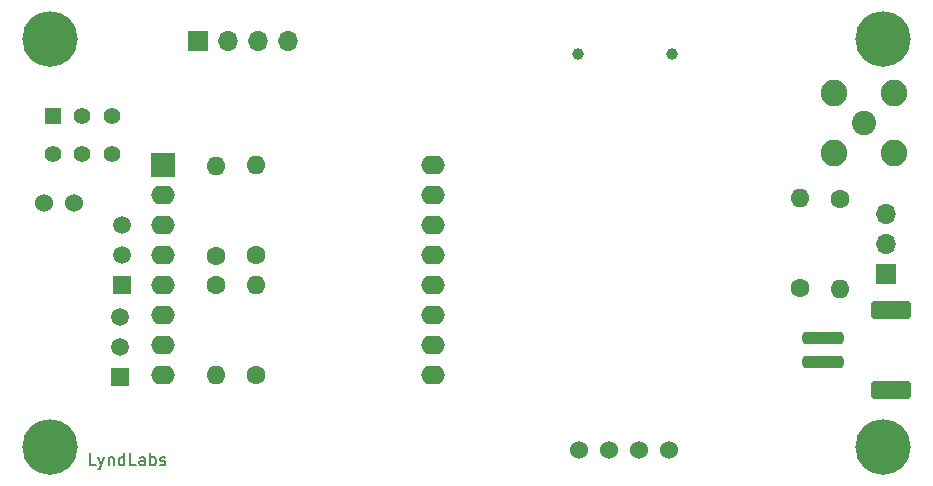
<source format=gts>
G04 #@! TF.GenerationSoftware,KiCad,Pcbnew,6.0.2+dfsg-1*
G04 #@! TF.CreationDate,2023-07-21T16:48:23-07:00*
G04 #@! TF.ProjectId,DNS-DriveBy,444e532d-4472-4697-9665-42792e6b6963,rev?*
G04 #@! TF.SameCoordinates,Original*
G04 #@! TF.FileFunction,Soldermask,Top*
G04 #@! TF.FilePolarity,Negative*
%FSLAX46Y46*%
G04 Gerber Fmt 4.6, Leading zero omitted, Abs format (unit mm)*
G04 Created by KiCad (PCBNEW 6.0.2+dfsg-1) date 2023-07-21 16:48:23*
%MOMM*%
%LPD*%
G01*
G04 APERTURE LIST*
G04 Aperture macros list*
%AMRoundRect*
0 Rectangle with rounded corners*
0 $1 Rounding radius*
0 $2 $3 $4 $5 $6 $7 $8 $9 X,Y pos of 4 corners*
0 Add a 4 corners polygon primitive as box body*
4,1,4,$2,$3,$4,$5,$6,$7,$8,$9,$2,$3,0*
0 Add four circle primitives for the rounded corners*
1,1,$1+$1,$2,$3*
1,1,$1+$1,$4,$5*
1,1,$1+$1,$6,$7*
1,1,$1+$1,$8,$9*
0 Add four rect primitives between the rounded corners*
20,1,$1+$1,$2,$3,$4,$5,0*
20,1,$1+$1,$4,$5,$6,$7,0*
20,1,$1+$1,$6,$7,$8,$9,0*
20,1,$1+$1,$8,$9,$2,$3,0*%
G04 Aperture macros list end*
%ADD10C,0.150000*%
%ADD11C,4.700000*%
%ADD12C,1.600000*%
%ADD13O,1.600000X1.600000*%
%ADD14R,1.500000X1.500000*%
%ADD15C,1.500000*%
%ADD16R,1.700000X1.700000*%
%ADD17O,1.700000X1.700000*%
%ADD18RoundRect,0.250000X1.500000X-0.250000X1.500000X0.250000X-1.500000X0.250000X-1.500000X-0.250000X0*%
%ADD19RoundRect,0.250001X1.449999X-0.499999X1.449999X0.499999X-1.449999X0.499999X-1.449999X-0.499999X0*%
%ADD20C,1.524000*%
%ADD21C,2.050000*%
%ADD22C,2.250000*%
%ADD23R,2.000000X2.000000*%
%ADD24O,2.000000X1.600000*%
%ADD25R,1.400000X1.400000*%
%ADD26C,1.400000*%
%ADD27C,1.000000*%
G04 APERTURE END LIST*
D10*
X7364723Y-39565580D02*
X6888533Y-39565580D01*
X6888533Y-38565580D01*
X7602819Y-38898914D02*
X7840914Y-39565580D01*
X8079009Y-38898914D02*
X7840914Y-39565580D01*
X7745676Y-39803676D01*
X7698057Y-39851295D01*
X7602819Y-39898914D01*
X8459961Y-38898914D02*
X8459961Y-39565580D01*
X8459961Y-38994152D02*
X8507580Y-38946533D01*
X8602819Y-38898914D01*
X8745676Y-38898914D01*
X8840914Y-38946533D01*
X8888533Y-39041771D01*
X8888533Y-39565580D01*
X9793295Y-39565580D02*
X9793295Y-38565580D01*
X9793295Y-39517961D02*
X9698057Y-39565580D01*
X9507580Y-39565580D01*
X9412342Y-39517961D01*
X9364723Y-39470342D01*
X9317104Y-39375104D01*
X9317104Y-39089390D01*
X9364723Y-38994152D01*
X9412342Y-38946533D01*
X9507580Y-38898914D01*
X9698057Y-38898914D01*
X9793295Y-38946533D01*
X10745676Y-39565580D02*
X10269485Y-39565580D01*
X10269485Y-38565580D01*
X11507580Y-39565580D02*
X11507580Y-39041771D01*
X11459961Y-38946533D01*
X11364723Y-38898914D01*
X11174247Y-38898914D01*
X11079009Y-38946533D01*
X11507580Y-39517961D02*
X11412342Y-39565580D01*
X11174247Y-39565580D01*
X11079009Y-39517961D01*
X11031390Y-39422723D01*
X11031390Y-39327485D01*
X11079009Y-39232247D01*
X11174247Y-39184628D01*
X11412342Y-39184628D01*
X11507580Y-39137009D01*
X11983771Y-39565580D02*
X11983771Y-38565580D01*
X11983771Y-38946533D02*
X12079009Y-38898914D01*
X12269485Y-38898914D01*
X12364723Y-38946533D01*
X12412342Y-38994152D01*
X12459961Y-39089390D01*
X12459961Y-39375104D01*
X12412342Y-39470342D01*
X12364723Y-39517961D01*
X12269485Y-39565580D01*
X12079009Y-39565580D01*
X11983771Y-39517961D01*
X12840914Y-39517961D02*
X12936152Y-39565580D01*
X13126628Y-39565580D01*
X13221866Y-39517961D01*
X13269485Y-39422723D01*
X13269485Y-39375104D01*
X13221866Y-39279866D01*
X13126628Y-39232247D01*
X12983771Y-39232247D01*
X12888533Y-39184628D01*
X12840914Y-39089390D01*
X12840914Y-39041771D01*
X12888533Y-38946533D01*
X12983771Y-38898914D01*
X13126628Y-38898914D01*
X13221866Y-38946533D01*
D11*
X3500000Y-3500000D03*
D12*
X17555200Y-21873200D03*
D13*
X17555200Y-14253200D03*
D14*
X9455200Y-32113200D03*
D15*
X9455200Y-29573200D03*
X9455200Y-27033200D03*
D12*
X70355200Y-17053200D03*
D13*
X70355200Y-24673200D03*
D16*
X16055200Y-3613200D03*
D17*
X18595200Y-3613200D03*
X21135200Y-3613200D03*
X23675200Y-3613200D03*
D18*
X68955200Y-30813200D03*
X68955200Y-28813200D03*
D19*
X74705200Y-26463200D03*
X74705200Y-33163200D03*
D20*
X48260000Y-38301200D03*
X50800000Y-38301200D03*
X53340000Y-38301200D03*
X55880000Y-38301200D03*
D21*
X72430200Y-10638200D03*
D22*
X69890200Y-8098200D03*
X69890200Y-13178200D03*
X74970200Y-13178200D03*
X74970200Y-8098200D03*
D23*
X13081000Y-14173200D03*
D24*
X13081000Y-16713200D03*
X13081000Y-19253200D03*
X13081000Y-21793200D03*
X13081000Y-24333200D03*
X13081000Y-26873200D03*
X13081000Y-29413200D03*
X13081000Y-31953200D03*
X35941000Y-31953200D03*
X35941000Y-29413200D03*
X35941000Y-26873200D03*
X35941000Y-24333200D03*
X35941000Y-21793200D03*
X35941000Y-19253200D03*
X35941000Y-16713200D03*
X35941000Y-14173200D03*
D12*
X20905200Y-31913200D03*
D13*
X20905200Y-24293200D03*
D12*
X20955200Y-21813200D03*
D13*
X20955200Y-14193200D03*
D11*
X74000000Y-3500000D03*
D16*
X74305200Y-23403200D03*
D17*
X74305200Y-20863200D03*
X74305200Y-18323200D03*
D25*
X3747700Y-9963200D03*
D26*
X6247700Y-9963200D03*
X8747700Y-9963200D03*
X3747700Y-13263200D03*
X6247700Y-13263200D03*
X8747700Y-13263200D03*
D12*
X67026200Y-24595000D03*
D13*
X67026200Y-16975000D03*
D12*
X17555200Y-24303200D03*
D13*
X17555200Y-31923200D03*
D20*
X5570000Y-17410400D03*
X3030000Y-17410400D03*
D14*
X9555200Y-24303200D03*
D15*
X9555200Y-21763200D03*
X9555200Y-19223200D03*
D11*
X74000000Y-38000000D03*
X3500000Y-38000000D03*
D27*
X48200200Y-4777200D03*
X56180200Y-4777200D03*
M02*

</source>
